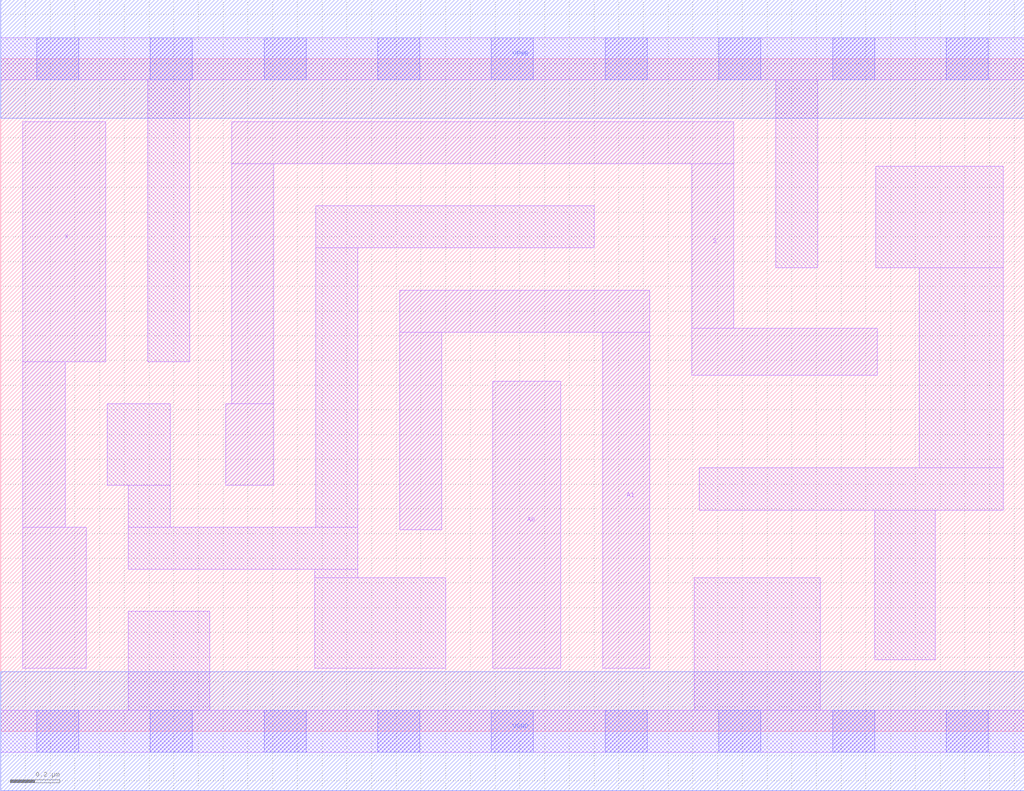
<source format=lef>
# Copyright 2020 The SkyWater PDK Authors
#
# Licensed under the Apache License, Version 2.0 (the "License");
# you may not use this file except in compliance with the License.
# You may obtain a copy of the License at
#
#     https://www.apache.org/licenses/LICENSE-2.0
#
# Unless required by applicable law or agreed to in writing, software
# distributed under the License is distributed on an "AS IS" BASIS,
# WITHOUT WARRANTIES OR CONDITIONS OF ANY KIND, either express or implied.
# See the License for the specific language governing permissions and
# limitations under the License.
#
# SPDX-License-Identifier: Apache-2.0

VERSION 5.7 ;
  NAMESCASESENSITIVE ON ;
  NOWIREEXTENSIONATPIN ON ;
  DIVIDERCHAR "/" ;
  BUSBITCHARS "[]" ;
UNITS
  DATABASE MICRONS 200 ;
END UNITS
MACRO sky130_fd_sc_hd__mux2_1
  CLASS CORE ;
  FOREIGN sky130_fd_sc_hd__mux2_1 ;
  ORIGIN  0.000000  0.000000 ;
  SIZE  4.140000 BY  2.720000 ;
  SYMMETRY X Y R90 ;
  SITE unithd ;
  PIN A0
    ANTENNAGATEAREA  0.126000 ;
    DIRECTION INPUT ;
    USE SIGNAL ;
    PORT
      LAYER li1 ;
        RECT 1.990000 0.255000 2.265000 1.415000 ;
    END
  END A0
  PIN A1
    ANTENNAGATEAREA  0.126000 ;
    DIRECTION INPUT ;
    USE SIGNAL ;
    PORT
      LAYER li1 ;
        RECT 1.615000 0.815000 1.785000 1.615000 ;
        RECT 1.615000 1.615000 2.625000 1.785000 ;
        RECT 2.435000 0.255000 2.625000 1.615000 ;
    END
  END A1
  PIN S
    ANTENNAGATEAREA  0.252000 ;
    DIRECTION INPUT ;
    USE SIGNAL ;
    PORT
      LAYER li1 ;
        RECT 0.910000 0.995000 1.105000 1.325000 ;
        RECT 0.935000 1.325000 1.105000 2.295000 ;
        RECT 0.935000 2.295000 2.965000 2.465000 ;
        RECT 2.795000 1.440000 3.545000 1.630000 ;
        RECT 2.795000 1.630000 2.965000 2.295000 ;
    END
  END S
  PIN X
    ANTENNADIFFAREA  0.429000 ;
    DIRECTION OUTPUT ;
    USE SIGNAL ;
    PORT
      LAYER li1 ;
        RECT 0.090000 0.255000 0.345000 0.825000 ;
        RECT 0.090000 0.825000 0.260000 1.495000 ;
        RECT 0.090000 1.495000 0.425000 2.465000 ;
    END
  END X
  PIN VGND
    DIRECTION INOUT ;
    SHAPE ABUTMENT ;
    USE GROUND ;
    PORT
      LAYER met1 ;
        RECT 0.000000 -0.240000 4.140000 0.240000 ;
    END
  END VGND
  PIN VPWR
    DIRECTION INOUT ;
    SHAPE ABUTMENT ;
    USE POWER ;
    PORT
      LAYER met1 ;
        RECT 0.000000 2.480000 4.140000 2.960000 ;
    END
  END VPWR
  OBS
    LAYER li1 ;
      RECT 0.000000 -0.085000 4.140000 0.085000 ;
      RECT 0.000000  2.635000 4.140000 2.805000 ;
      RECT 0.430000  0.995000 0.685000 1.325000 ;
      RECT 0.515000  0.085000 0.845000 0.485000 ;
      RECT 0.515000  0.655000 1.445000 0.825000 ;
      RECT 0.515000  0.825000 0.685000 0.995000 ;
      RECT 0.595000  1.495000 0.765000 2.635000 ;
      RECT 1.270000  0.255000 1.800000 0.620000 ;
      RECT 1.270000  0.620000 1.445000 0.655000 ;
      RECT 1.275000  0.825000 1.445000 1.955000 ;
      RECT 1.275000  1.955000 2.400000 2.125000 ;
      RECT 2.805000  0.085000 3.315000 0.620000 ;
      RECT 2.825000  0.895000 4.055000 1.065000 ;
      RECT 3.135000  1.875000 3.305000 2.635000 ;
      RECT 3.535000  0.290000 3.780000 0.895000 ;
      RECT 3.540000  1.875000 4.055000 2.285000 ;
      RECT 3.715000  1.065000 4.055000 1.875000 ;
    LAYER mcon ;
      RECT 0.145000 -0.085000 0.315000 0.085000 ;
      RECT 0.145000  2.635000 0.315000 2.805000 ;
      RECT 0.605000 -0.085000 0.775000 0.085000 ;
      RECT 0.605000  2.635000 0.775000 2.805000 ;
      RECT 1.065000 -0.085000 1.235000 0.085000 ;
      RECT 1.065000  2.635000 1.235000 2.805000 ;
      RECT 1.525000 -0.085000 1.695000 0.085000 ;
      RECT 1.525000  2.635000 1.695000 2.805000 ;
      RECT 1.985000 -0.085000 2.155000 0.085000 ;
      RECT 1.985000  2.635000 2.155000 2.805000 ;
      RECT 2.445000 -0.085000 2.615000 0.085000 ;
      RECT 2.445000  2.635000 2.615000 2.805000 ;
      RECT 2.905000 -0.085000 3.075000 0.085000 ;
      RECT 2.905000  2.635000 3.075000 2.805000 ;
      RECT 3.365000 -0.085000 3.535000 0.085000 ;
      RECT 3.365000  2.635000 3.535000 2.805000 ;
      RECT 3.825000 -0.085000 3.995000 0.085000 ;
      RECT 3.825000  2.635000 3.995000 2.805000 ;
  END
END sky130_fd_sc_hd__mux2_1
END LIBRARY

</source>
